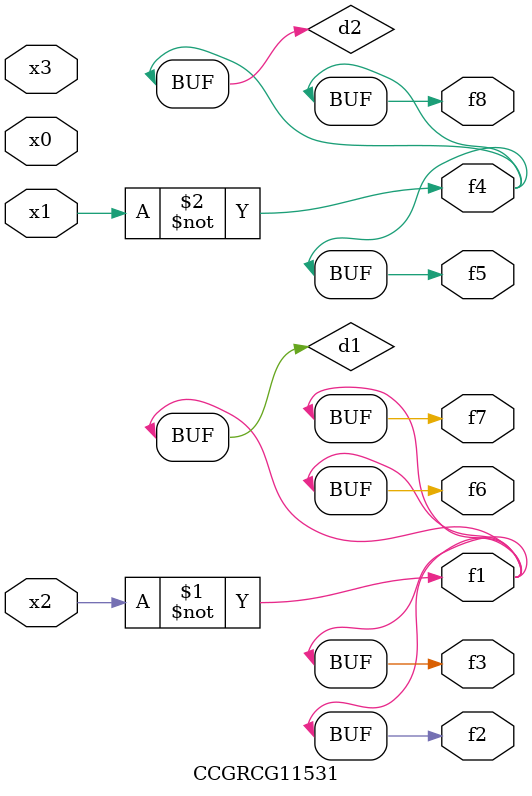
<source format=v>
module CCGRCG11531(
	input x0, x1, x2, x3,
	output f1, f2, f3, f4, f5, f6, f7, f8
);

	wire d1, d2;

	xnor (d1, x2);
	not (d2, x1);
	assign f1 = d1;
	assign f2 = d1;
	assign f3 = d1;
	assign f4 = d2;
	assign f5 = d2;
	assign f6 = d1;
	assign f7 = d1;
	assign f8 = d2;
endmodule

</source>
